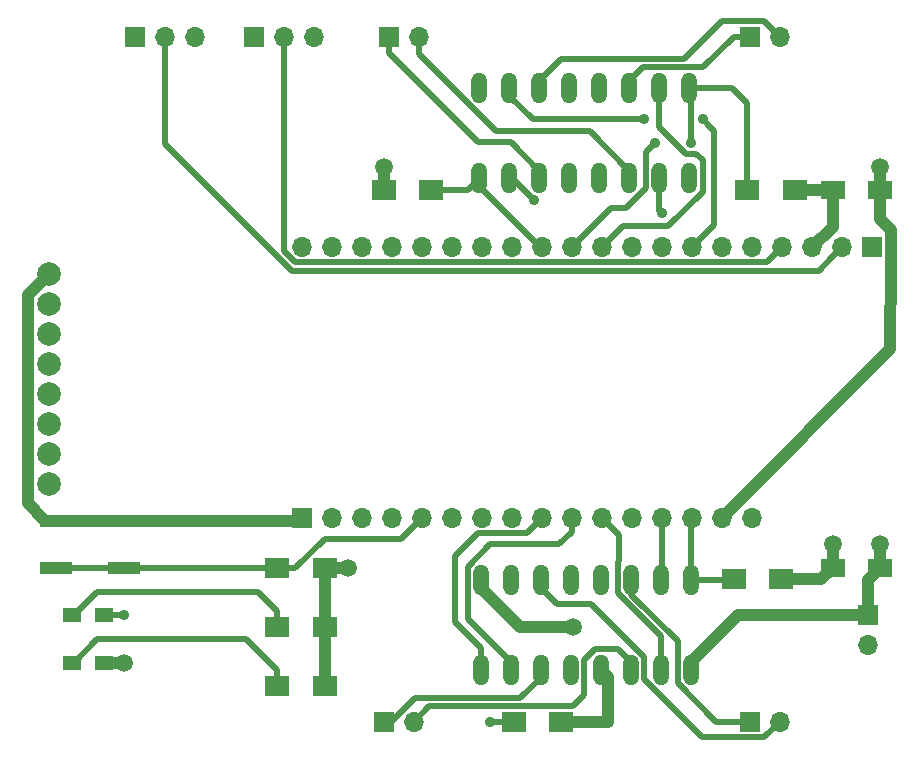
<source format=gbr>
G04 #@! TF.FileFunction,Copper,L1,Top,Signal*
%FSLAX46Y46*%
G04 Gerber Fmt 4.6, Leading zero omitted, Abs format (unit mm)*
G04 Created by KiCad (PCBNEW 4.0.7) date 05/24/18 23:07:09*
%MOMM*%
%LPD*%
G01*
G04 APERTURE LIST*
%ADD10C,0.100000*%
%ADD11O,1.320800X2.641600*%
%ADD12R,1.700000X1.700000*%
%ADD13O,1.700000X1.700000*%
%ADD14R,2.000000X1.600000*%
%ADD15R,1.500000X1.300000*%
%ADD16R,2.000000X1.700000*%
%ADD17R,2.750000X1.000000*%
%ADD18C,2.000000*%
%ADD19C,1.500000*%
%ADD20C,0.900000*%
%ADD21C,0.500000*%
%ADD22C,1.000000*%
G04 APERTURE END LIST*
D10*
D11*
X158110000Y-89000000D03*
X160650000Y-89000000D03*
X173350000Y-89000000D03*
X175890000Y-89000000D03*
X163190000Y-89000000D03*
X165730000Y-89000000D03*
X170810000Y-89000000D03*
X168270000Y-89000000D03*
X175890000Y-81380000D03*
X173350000Y-81380000D03*
X170810000Y-81380000D03*
X168270000Y-81380000D03*
X165730000Y-81380000D03*
X163190000Y-81380000D03*
X160650000Y-81380000D03*
X158110000Y-81380000D03*
D12*
X191380000Y-94820000D03*
D13*
X188840000Y-94820000D03*
X186300000Y-94820000D03*
X183760000Y-94820000D03*
X181220000Y-94820000D03*
X178680000Y-94820000D03*
X176140000Y-94820000D03*
X173600000Y-94820000D03*
X171060000Y-94820000D03*
X168520000Y-94820000D03*
X165980000Y-94820000D03*
X163440000Y-94820000D03*
X160900000Y-94820000D03*
X158360000Y-94820000D03*
X155820000Y-94820000D03*
X153280000Y-94820000D03*
X150740000Y-94820000D03*
X148200000Y-94820000D03*
X145660000Y-94820000D03*
X143120000Y-94820000D03*
D14*
X192000000Y-122000000D03*
X188000000Y-122000000D03*
X192000000Y-90000000D03*
X188000000Y-90000000D03*
D15*
X123650000Y-130000000D03*
X126350000Y-130000000D03*
X123650000Y-126000000D03*
X126350000Y-126000000D03*
D12*
X191000000Y-126000000D03*
D13*
X191000000Y-128540000D03*
D12*
X150000000Y-135000000D03*
D13*
X152540000Y-135000000D03*
D12*
X150460000Y-77000000D03*
D13*
X153000000Y-77000000D03*
D12*
X181000000Y-135000000D03*
D13*
X183540000Y-135000000D03*
D12*
X143070000Y-117730000D03*
D13*
X145610000Y-117730000D03*
X148150000Y-117730000D03*
X150690000Y-117730000D03*
X153230000Y-117730000D03*
X155770000Y-117730000D03*
X158310000Y-117730000D03*
X160850000Y-117730000D03*
X163390000Y-117730000D03*
X165930000Y-117730000D03*
X168470000Y-117730000D03*
X171010000Y-117730000D03*
X173550000Y-117730000D03*
X176090000Y-117730000D03*
X178630000Y-117730000D03*
X181170000Y-117730000D03*
D12*
X181000000Y-77000000D03*
D13*
X183540000Y-77000000D03*
D12*
X128920000Y-77000000D03*
D13*
X131460000Y-77000000D03*
X134000000Y-77000000D03*
D12*
X139000000Y-77000000D03*
D13*
X141540000Y-77000000D03*
X144080000Y-77000000D03*
D16*
X145000000Y-132000000D03*
X141000000Y-132000000D03*
X165000000Y-135000000D03*
X161000000Y-135000000D03*
X150000000Y-90000000D03*
X154000000Y-90000000D03*
X183650000Y-122950000D03*
X179650000Y-122950000D03*
X141000000Y-122000000D03*
X145000000Y-122000000D03*
X141000000Y-127000000D03*
X145000000Y-127000000D03*
X184800000Y-90000000D03*
X180800000Y-90000000D03*
D17*
X122240000Y-122000000D03*
X128000000Y-122000000D03*
X128000000Y-118000000D03*
X122240000Y-118000000D03*
D11*
X158220000Y-130620000D03*
X160760000Y-130620000D03*
X173460000Y-130620000D03*
X176000000Y-130620000D03*
X163300000Y-130620000D03*
X165840000Y-130620000D03*
X170920000Y-130620000D03*
X168380000Y-130620000D03*
X176000000Y-123000000D03*
X173460000Y-123000000D03*
X170920000Y-123000000D03*
X168380000Y-123000000D03*
X165840000Y-123000000D03*
X163300000Y-123000000D03*
X160760000Y-123000000D03*
X158220000Y-123000000D03*
D18*
X121650000Y-97110000D03*
X121650000Y-99650000D03*
X121650000Y-102190000D03*
X121650000Y-104730000D03*
X121650000Y-107270000D03*
X121650000Y-109810000D03*
X121650000Y-112350000D03*
X121650000Y-114890000D03*
D19*
X128000000Y-130000000D03*
X192000000Y-120000000D03*
D20*
X128000000Y-126000000D03*
D19*
X188000000Y-120000000D03*
X147000000Y-122000000D03*
X150000000Y-88000000D03*
X166000000Y-127000000D03*
X192000000Y-88000000D03*
D20*
X159000000Y-135000000D03*
X162699333Y-90875470D03*
X177000006Y-84000000D03*
X171999998Y-84000000D03*
X176000000Y-85999992D03*
X173000000Y-86000000D03*
X173550000Y-91950000D03*
D21*
X141000000Y-130650000D02*
X138350000Y-128000000D01*
X123650000Y-130000000D02*
X123750000Y-130000000D01*
X125750000Y-128000000D02*
X138350000Y-128000000D01*
X123750000Y-130000000D02*
X125750000Y-128000000D01*
X141000000Y-132000000D02*
X141000000Y-130650000D01*
D22*
X126350000Y-130000000D02*
X128000000Y-130000000D01*
X192000000Y-120000000D02*
X192000000Y-122000000D01*
X191000000Y-126000000D02*
X191000000Y-123000000D01*
X191000000Y-123000000D02*
X192000000Y-122000000D01*
X191000000Y-126000000D02*
X179959600Y-126000000D01*
X176000000Y-129959600D02*
X176000000Y-130620000D01*
X179959600Y-126000000D02*
X176000000Y-129959600D01*
D21*
X139350000Y-124000000D02*
X125750000Y-124000000D01*
X125750000Y-124000000D02*
X123750000Y-126000000D01*
X123750000Y-126000000D02*
X123650000Y-126000000D01*
X141000000Y-127000000D02*
X141000000Y-125650000D01*
X141000000Y-125650000D02*
X139350000Y-124000000D01*
X126350000Y-126000000D02*
X128000000Y-126000000D01*
X155770000Y-117730000D02*
X155770000Y-118230000D01*
X156000000Y-117960000D02*
X155770000Y-117730000D01*
D22*
X188000000Y-90000000D02*
X184800000Y-90000000D01*
X188000000Y-122000000D02*
X188000000Y-120000000D01*
X147000000Y-122000000D02*
X145000000Y-122000000D01*
X183650000Y-122950000D02*
X187050000Y-122950000D01*
X187050000Y-122950000D02*
X188000000Y-122000000D01*
X188000000Y-90000000D02*
X188000000Y-93120000D01*
X188000000Y-93120000D02*
X186300000Y-94820000D01*
X169000000Y-135000000D02*
X169000000Y-131240000D01*
X169000000Y-131240000D02*
X168380000Y-130620000D01*
X165000000Y-135000000D02*
X169000000Y-135000000D01*
X150000000Y-90000000D02*
X150000000Y-88000000D01*
X145000000Y-132000000D02*
X145000000Y-127000000D01*
X145000000Y-122000000D02*
X145000000Y-127000000D01*
X168270000Y-81380000D02*
X168270000Y-80730000D01*
X192880001Y-103479999D02*
X192930001Y-96000000D01*
X192000000Y-92479998D02*
X192930001Y-93409999D01*
X192000000Y-90000000D02*
X192000000Y-92479998D01*
X192930001Y-93409999D02*
X192930001Y-96000000D01*
X178630000Y-117730000D02*
X192880001Y-103479999D01*
X158220000Y-123000000D02*
X158220000Y-123660400D01*
X158220000Y-123660400D02*
X161559600Y-127000000D01*
X161559600Y-127000000D02*
X166000000Y-127000000D01*
X192000000Y-88000000D02*
X192000000Y-90000000D01*
D21*
X170920000Y-123000000D02*
X170920000Y-124240796D01*
X170920000Y-124240796D02*
X174889590Y-128210383D01*
X174889590Y-128210383D02*
X174889590Y-131740346D01*
X174889590Y-131740346D02*
X178149244Y-135000000D01*
X178149244Y-135000000D02*
X179650000Y-135000000D01*
X179650000Y-135000000D02*
X181000000Y-135000000D01*
X163300000Y-123660400D02*
X164639600Y-125000000D01*
X167530756Y-125000000D02*
X164639600Y-125000000D01*
X172030410Y-129499654D02*
X167530756Y-125000000D01*
X163300000Y-123000000D02*
X163300000Y-123660400D01*
X183540000Y-135000000D02*
X182239999Y-136300001D01*
X182239999Y-136300001D02*
X176909245Y-136300001D01*
X176909245Y-136300001D02*
X172030410Y-131421166D01*
X172030410Y-131421166D02*
X172030410Y-129499654D01*
X171970400Y-79559200D02*
X170810000Y-80719600D01*
X172549174Y-79559200D02*
X171970400Y-79559200D01*
X172589987Y-79600013D02*
X172549174Y-79559200D01*
X170810000Y-80719600D02*
X170810000Y-81380000D01*
X177049987Y-79600013D02*
X172589987Y-79600013D01*
X181000000Y-77000000D02*
X179650000Y-77000000D01*
X179650000Y-77000000D02*
X177049987Y-79600013D01*
X170810000Y-81380000D02*
X171119244Y-81380000D01*
X163390000Y-117730000D02*
X162089999Y-119030001D01*
X162089999Y-119030001D02*
X157969999Y-119030001D01*
X157969999Y-119030001D02*
X156000000Y-121000000D01*
X158220000Y-128799200D02*
X158220000Y-130620000D01*
X156000000Y-121000000D02*
X156000000Y-126579200D01*
X156000000Y-126579200D02*
X158220000Y-128799200D01*
X158220000Y-130620000D02*
X158220000Y-129959600D01*
X161000000Y-135000000D02*
X159000000Y-135000000D01*
X164862081Y-120000000D02*
X163000000Y-120000000D01*
X160760000Y-130620000D02*
X160760000Y-129959600D01*
X160760000Y-129959600D02*
X157109590Y-126309190D01*
X157109590Y-121879654D02*
X158989244Y-120000000D01*
X157109590Y-126309190D02*
X157109590Y-121879654D01*
X158989244Y-120000000D02*
X163000000Y-120000000D01*
X165930000Y-117730000D02*
X165930000Y-118932081D01*
X165930000Y-118932081D02*
X164862081Y-120000000D01*
X169809590Y-121522412D02*
X169900001Y-121432001D01*
X169319999Y-118579999D02*
X168470000Y-117730000D01*
X173460000Y-130620000D02*
X173460000Y-127770756D01*
X173460000Y-127770756D02*
X169809590Y-124120346D01*
X169809590Y-124120346D02*
X169809590Y-121522412D01*
X169900001Y-121432001D02*
X169900001Y-119160001D01*
X169900001Y-119160001D02*
X169319999Y-118579999D01*
X171000000Y-117740000D02*
X171010000Y-117730000D01*
X173550000Y-117730000D02*
X173550000Y-122910000D01*
X173550000Y-122910000D02*
X173460000Y-123000000D01*
X176000000Y-123000000D02*
X179600000Y-123000000D01*
X179600000Y-123000000D02*
X179650000Y-122950000D01*
X176000000Y-123000000D02*
X176000000Y-117820000D01*
X176000000Y-117820000D02*
X176090000Y-117730000D01*
X131460000Y-77000000D02*
X131460000Y-86073965D01*
X131460000Y-86073965D02*
X142206046Y-96820011D01*
X142206046Y-96820011D02*
X186839989Y-96820011D01*
X186839989Y-96820011D02*
X187990001Y-95669999D01*
X187990001Y-95669999D02*
X188840000Y-94820000D01*
X141540000Y-77000000D02*
X141540000Y-95164002D01*
X182910001Y-95669999D02*
X183760000Y-94820000D01*
X141540000Y-95164002D02*
X142495999Y-96120001D01*
X142495999Y-96120001D02*
X182459999Y-96120001D01*
X182459999Y-96120001D02*
X182910001Y-95669999D01*
X160650000Y-89000000D02*
X160823863Y-89000000D01*
X160823863Y-89000000D02*
X162699333Y-90875470D01*
X158110000Y-89000000D02*
X158110000Y-89660400D01*
X158110000Y-89660400D02*
X163269600Y-94820000D01*
X163269600Y-94820000D02*
X163440000Y-94820000D01*
X154000000Y-90000000D02*
X157110000Y-90000000D01*
X157110000Y-90000000D02*
X158110000Y-89000000D01*
X178000002Y-84999996D02*
X177450005Y-84449999D01*
X176140000Y-94820000D02*
X178000002Y-92959998D01*
X178000002Y-92959998D02*
X178000002Y-84999996D01*
X177450005Y-84449999D02*
X177000006Y-84000000D01*
X171363602Y-84000000D02*
X171999998Y-84000000D01*
X162609600Y-84000000D02*
X171363602Y-84000000D01*
X160650000Y-82040400D02*
X162609600Y-84000000D01*
X160650000Y-81380000D02*
X160650000Y-82040400D01*
X163270000Y-84000000D02*
X171999998Y-84000000D01*
X170290000Y-93050000D02*
X174070756Y-93050000D01*
X174070756Y-93050000D02*
X177000410Y-90120346D01*
X168520000Y-94820000D02*
X170290000Y-93050000D01*
X173350000Y-84682010D02*
X173350000Y-83200800D01*
X175567999Y-86900009D02*
X173350000Y-84682010D01*
X177000410Y-90120346D02*
X177000410Y-87468422D01*
X177000410Y-87468422D02*
X176431997Y-86900009D01*
X176431997Y-86900009D02*
X175567999Y-86900009D01*
X173350000Y-83200800D02*
X173350000Y-81380000D01*
X173350000Y-81380000D02*
X173350000Y-81650000D01*
X173000000Y-86000000D02*
X172239590Y-86760410D01*
X172239590Y-86760410D02*
X172239590Y-89801166D01*
X172239590Y-89801166D02*
X170519946Y-91520810D01*
X170519946Y-91520810D02*
X169279190Y-91520810D01*
X180800000Y-90000000D02*
X180800000Y-82650000D01*
X180800000Y-82650000D02*
X179530000Y-81380000D01*
X175890000Y-81380000D02*
X179530000Y-81380000D01*
X176000000Y-85999992D02*
X176000000Y-81490000D01*
X176000000Y-81490000D02*
X175890000Y-81380000D01*
X165980000Y-94820000D02*
X169279190Y-91520810D01*
X175890000Y-82040400D02*
X175890000Y-81380000D01*
X173350000Y-89000000D02*
X173350000Y-91750000D01*
X173350000Y-91750000D02*
X173550000Y-91950000D01*
X150460000Y-78350000D02*
X158000000Y-85890000D01*
X163190000Y-89000000D02*
X163190000Y-88339600D01*
X163190000Y-88339600D02*
X160740400Y-85890000D01*
X160740400Y-85890000D02*
X158000000Y-85890000D01*
X150460000Y-77000000D02*
X150460000Y-78350000D01*
X153000000Y-78500756D02*
X159499244Y-85000000D01*
X170810000Y-89000000D02*
X170810000Y-88339600D01*
X170810000Y-88339600D02*
X167470400Y-85000000D01*
X167470400Y-85000000D02*
X159499244Y-85000000D01*
X153000000Y-77000000D02*
X153000000Y-78500756D01*
X163300000Y-130620000D02*
X163300000Y-131280400D01*
X163300000Y-131280400D02*
X161580411Y-132999989D01*
X150615998Y-135000000D02*
X150000000Y-135000000D01*
X161580411Y-132999989D02*
X152616009Y-132999989D01*
X152616009Y-132999989D02*
X150615998Y-135000000D01*
X153840001Y-133699999D02*
X166000000Y-133699999D01*
X169809590Y-128849190D02*
X167920054Y-128849190D01*
X170920000Y-130620000D02*
X170920000Y-129959600D01*
X170920000Y-129959600D02*
X169809590Y-128849190D01*
X167920054Y-128849190D02*
X166950410Y-129818834D01*
X166950410Y-129818834D02*
X166950410Y-132749589D01*
X166950410Y-132749589D02*
X166000000Y-133699999D01*
X152540000Y-135000000D02*
X153840001Y-133699999D01*
X172000000Y-78859190D02*
X175391190Y-78859190D01*
X163190000Y-81380000D02*
X163190000Y-80719600D01*
X163190000Y-80719600D02*
X165050410Y-78859190D01*
X165050410Y-78859190D02*
X172000000Y-78859190D01*
X163190000Y-81380000D02*
X163190000Y-82040400D01*
X178632005Y-75699999D02*
X182239999Y-75699999D01*
X175432002Y-78900002D02*
X178632005Y-75699999D01*
X175391190Y-78859190D02*
X175432002Y-78900002D01*
X182239999Y-75699999D02*
X183540000Y-77000000D01*
X128000000Y-122000000D02*
X141000000Y-122000000D01*
X122240000Y-122000000D02*
X128000000Y-122000000D01*
X153230000Y-117730000D02*
X151460011Y-119499989D01*
X151460011Y-119499989D02*
X145000011Y-119499989D01*
X145000011Y-119499989D02*
X142500000Y-122000000D01*
X142500000Y-122000000D02*
X141000000Y-122000000D01*
D22*
X128000000Y-118000000D02*
X142800000Y-118000000D01*
X142800000Y-118000000D02*
X143070000Y-117730000D01*
X122240000Y-118000000D02*
X128000000Y-118000000D01*
X121650000Y-97110000D02*
X119865000Y-98895000D01*
X119865000Y-98895000D02*
X119865000Y-116500000D01*
X119865000Y-116500000D02*
X121365000Y-118000000D01*
X121365000Y-118000000D02*
X122240000Y-118000000D01*
M02*

</source>
